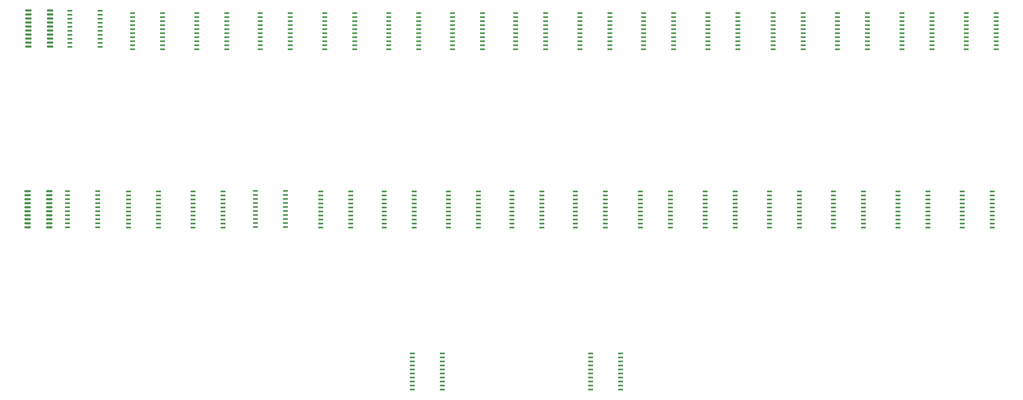
<source format=gbr>
%TF.GenerationSoftware,KiCad,Pcbnew,6.0.2-378541a8eb~116~ubuntu21.10.1*%
%TF.CreationDate,2022-02-16T18:13:43+01:00*%
%TF.ProjectId,register_file_kicad,72656769-7374-4657-925f-66696c655f6b,Rev v0.4*%
%TF.SameCoordinates,Original*%
%TF.FileFunction,Paste,Top*%
%TF.FilePolarity,Positive*%
%FSLAX46Y46*%
G04 Gerber Fmt 4.6, Leading zero omitted, Abs format (unit mm)*
G04 Created by KiCad (PCBNEW 6.0.2-378541a8eb~116~ubuntu21.10.1) date 2022-02-16 18:13:43*
%MOMM*%
%LPD*%
G01*
G04 APERTURE LIST*
G04 Aperture macros list*
%AMRoundRect*
0 Rectangle with rounded corners*
0 $1 Rounding radius*
0 $2 $3 $4 $5 $6 $7 $8 $9 X,Y pos of 4 corners*
0 Add a 4 corners polygon primitive as box body*
4,1,4,$2,$3,$4,$5,$6,$7,$8,$9,$2,$3,0*
0 Add four circle primitives for the rounded corners*
1,1,$1+$1,$2,$3*
1,1,$1+$1,$4,$5*
1,1,$1+$1,$6,$7*
1,1,$1+$1,$8,$9*
0 Add four rect primitives between the rounded corners*
20,1,$1+$1,$2,$3,$4,$5,0*
20,1,$1+$1,$4,$5,$6,$7,0*
20,1,$1+$1,$6,$7,$8,$9,0*
20,1,$1+$1,$8,$9,$2,$3,0*%
G04 Aperture macros list end*
%ADD10R,1.500000X0.600000*%
%ADD11RoundRect,0.150000X-0.837500X-0.150000X0.837500X-0.150000X0.837500X0.150000X-0.837500X0.150000X0*%
G04 APERTURE END LIST*
D10*
%TO.C,U44*%
X213143207Y-147541162D03*
X213143207Y-148811162D03*
X213143207Y-150081162D03*
X213143207Y-151351162D03*
X213143207Y-152621162D03*
X213143207Y-153891162D03*
X213143207Y-155161162D03*
X213143207Y-156431162D03*
X213143207Y-157701162D03*
X213143207Y-158971162D03*
X222643207Y-158971162D03*
X222643207Y-157701162D03*
X222643207Y-156431162D03*
X222643207Y-155161162D03*
X222643207Y-153891162D03*
X222643207Y-152621162D03*
X222643207Y-151351162D03*
X222643207Y-150081162D03*
X222643207Y-148811162D03*
X222643207Y-147541162D03*
%TD*%
%TO.C,U62*%
X335224717Y-147541162D03*
X335224717Y-148811162D03*
X335224717Y-150081162D03*
X335224717Y-151351162D03*
X335224717Y-152621162D03*
X335224717Y-153891162D03*
X335224717Y-155161162D03*
X335224717Y-156431162D03*
X335224717Y-157701162D03*
X335224717Y-158971162D03*
X344724717Y-158971162D03*
X344724717Y-157701162D03*
X344724717Y-156431162D03*
X344724717Y-155161162D03*
X344724717Y-153891162D03*
X344724717Y-152621162D03*
X344724717Y-151351162D03*
X344724717Y-150081162D03*
X344724717Y-148811162D03*
X344724717Y-147541162D03*
%TD*%
%TO.C,U59*%
X314777717Y-147541162D03*
X314777717Y-148811162D03*
X314777717Y-150081162D03*
X314777717Y-151351162D03*
X314777717Y-152621162D03*
X314777717Y-153891162D03*
X314777717Y-155161162D03*
X314777717Y-156431162D03*
X314777717Y-157701162D03*
X314777717Y-158971162D03*
X324277717Y-158971162D03*
X324277717Y-157701162D03*
X324277717Y-156431162D03*
X324277717Y-155161162D03*
X324277717Y-153891162D03*
X324277717Y-152621162D03*
X324277717Y-151351162D03*
X324277717Y-150081162D03*
X324277717Y-148811162D03*
X324277717Y-147541162D03*
%TD*%
%TO.C,U37*%
X174154207Y-91106352D03*
X174154207Y-92376352D03*
X174154207Y-93646352D03*
X174154207Y-94916352D03*
X174154207Y-96186352D03*
X174154207Y-97456352D03*
X174154207Y-98726352D03*
X174154207Y-99996352D03*
X174154207Y-101266352D03*
X174154207Y-102536352D03*
X183654207Y-102536352D03*
X183654207Y-101266352D03*
X183654207Y-99996352D03*
X183654207Y-98726352D03*
X183654207Y-97456352D03*
X183654207Y-96186352D03*
X183654207Y-94916352D03*
X183654207Y-93646352D03*
X183654207Y-92376352D03*
X183654207Y-91106352D03*
%TD*%
%TO.C,U63*%
X191096207Y-210149162D03*
X191096207Y-208879162D03*
X191096207Y-207609162D03*
X191096207Y-206339162D03*
X191096207Y-205069162D03*
X191096207Y-203799162D03*
X191096207Y-202529162D03*
X191096207Y-201259162D03*
X191096207Y-199989162D03*
X191096207Y-198719162D03*
X181596207Y-198719162D03*
X181596207Y-199989162D03*
X181596207Y-201259162D03*
X181596207Y-202529162D03*
X181596207Y-203799162D03*
X181596207Y-205069162D03*
X181596207Y-206339162D03*
X181596207Y-207609162D03*
X181596207Y-208879162D03*
X181596207Y-210149162D03*
%TD*%
%TO.C,U26*%
X112305207Y-147541162D03*
X112305207Y-148811162D03*
X112305207Y-150081162D03*
X112305207Y-151351162D03*
X112305207Y-152621162D03*
X112305207Y-153891162D03*
X112305207Y-155161162D03*
X112305207Y-156431162D03*
X112305207Y-157701162D03*
X112305207Y-158971162D03*
X121805207Y-158971162D03*
X121805207Y-157701162D03*
X121805207Y-156431162D03*
X121805207Y-155161162D03*
X121805207Y-153891162D03*
X121805207Y-152621162D03*
X121805207Y-151351162D03*
X121805207Y-150081162D03*
X121805207Y-148811162D03*
X121805207Y-147541162D03*
%TD*%
%TO.C,U53*%
X274230207Y-147541162D03*
X274230207Y-148811162D03*
X274230207Y-150081162D03*
X274230207Y-151351162D03*
X274230207Y-152621162D03*
X274230207Y-153891162D03*
X274230207Y-155161162D03*
X274230207Y-156431162D03*
X274230207Y-157701162D03*
X274230207Y-158971162D03*
X283730207Y-158971162D03*
X283730207Y-157701162D03*
X283730207Y-156431162D03*
X283730207Y-155161162D03*
X283730207Y-153891162D03*
X283730207Y-152621162D03*
X283730207Y-151351162D03*
X283730207Y-150081162D03*
X283730207Y-148811162D03*
X283730207Y-147541162D03*
%TD*%
%TO.C,U21*%
X91858207Y-147541162D03*
X91858207Y-148811162D03*
X91858207Y-150081162D03*
X91858207Y-151351162D03*
X91858207Y-152621162D03*
X91858207Y-153891162D03*
X91858207Y-155161162D03*
X91858207Y-156431162D03*
X91858207Y-157701162D03*
X91858207Y-158971162D03*
X101358207Y-158971162D03*
X101358207Y-157701162D03*
X101358207Y-156431162D03*
X101358207Y-155161162D03*
X101358207Y-153891162D03*
X101358207Y-152621162D03*
X101358207Y-151351162D03*
X101358207Y-150081162D03*
X101358207Y-148811162D03*
X101358207Y-147541162D03*
%TD*%
%TO.C,U47*%
X233209207Y-147541162D03*
X233209207Y-148811162D03*
X233209207Y-150081162D03*
X233209207Y-151351162D03*
X233209207Y-152621162D03*
X233209207Y-153891162D03*
X233209207Y-155161162D03*
X233209207Y-156431162D03*
X233209207Y-157701162D03*
X233209207Y-158971162D03*
X242709207Y-158971162D03*
X242709207Y-157701162D03*
X242709207Y-156431162D03*
X242709207Y-155161162D03*
X242709207Y-153891162D03*
X242709207Y-152621162D03*
X242709207Y-151351162D03*
X242709207Y-150081162D03*
X242709207Y-148811162D03*
X242709207Y-147541162D03*
%TD*%
%TO.C,U56*%
X294584717Y-147541162D03*
X294584717Y-148811162D03*
X294584717Y-150081162D03*
X294584717Y-151351162D03*
X294584717Y-152621162D03*
X294584717Y-153891162D03*
X294584717Y-155161162D03*
X294584717Y-156431162D03*
X294584717Y-157701162D03*
X294584717Y-158971162D03*
X304084717Y-158971162D03*
X304084717Y-157701162D03*
X304084717Y-156431162D03*
X304084717Y-155161162D03*
X304084717Y-153891162D03*
X304084717Y-152621162D03*
X304084717Y-151351162D03*
X304084717Y-150081162D03*
X304084717Y-148811162D03*
X304084717Y-147541162D03*
%TD*%
%TO.C,U50*%
X253783207Y-147541162D03*
X253783207Y-148811162D03*
X253783207Y-150081162D03*
X253783207Y-151351162D03*
X253783207Y-152621162D03*
X253783207Y-153891162D03*
X253783207Y-155161162D03*
X253783207Y-156431162D03*
X253783207Y-157701162D03*
X253783207Y-158971162D03*
X263283207Y-158971162D03*
X263283207Y-157701162D03*
X263283207Y-156431162D03*
X263283207Y-155161162D03*
X263283207Y-153891162D03*
X263283207Y-152621162D03*
X263283207Y-151351162D03*
X263283207Y-150081162D03*
X263283207Y-148811162D03*
X263283207Y-147541162D03*
%TD*%
%TO.C,U38*%
X172757207Y-147541162D03*
X172757207Y-148811162D03*
X172757207Y-150081162D03*
X172757207Y-151351162D03*
X172757207Y-152621162D03*
X172757207Y-153891162D03*
X172757207Y-155161162D03*
X172757207Y-156431162D03*
X172757207Y-157701162D03*
X172757207Y-158971162D03*
X182257207Y-158971162D03*
X182257207Y-157701162D03*
X182257207Y-156431162D03*
X182257207Y-155161162D03*
X182257207Y-153891162D03*
X182257207Y-152621162D03*
X182257207Y-151351162D03*
X182257207Y-150081162D03*
X182257207Y-148811162D03*
X182257207Y-147541162D03*
%TD*%
%TO.C,U66*%
X355544717Y-147541162D03*
X355544717Y-148811162D03*
X355544717Y-150081162D03*
X355544717Y-151351162D03*
X355544717Y-152621162D03*
X355544717Y-153891162D03*
X355544717Y-155161162D03*
X355544717Y-156431162D03*
X355544717Y-157701162D03*
X355544717Y-158971162D03*
X365044717Y-158971162D03*
X365044717Y-157701162D03*
X365044717Y-156431162D03*
X365044717Y-155161162D03*
X365044717Y-153891162D03*
X365044717Y-152621162D03*
X365044717Y-151351162D03*
X365044717Y-150081162D03*
X365044717Y-148811162D03*
X365044717Y-147541162D03*
%TD*%
%TO.C,U25*%
X113448207Y-91106352D03*
X113448207Y-92376352D03*
X113448207Y-93646352D03*
X113448207Y-94916352D03*
X113448207Y-96186352D03*
X113448207Y-97456352D03*
X113448207Y-98726352D03*
X113448207Y-99996352D03*
X113448207Y-101266352D03*
X113448207Y-102536352D03*
X122948207Y-102536352D03*
X122948207Y-101266352D03*
X122948207Y-99996352D03*
X122948207Y-98726352D03*
X122948207Y-97456352D03*
X122948207Y-96186352D03*
X122948207Y-94916352D03*
X122948207Y-93646352D03*
X122948207Y-92376352D03*
X122948207Y-91106352D03*
%TD*%
%TO.C,U20*%
X93128207Y-91106352D03*
X93128207Y-92376352D03*
X93128207Y-93646352D03*
X93128207Y-94916352D03*
X93128207Y-96186352D03*
X93128207Y-97456352D03*
X93128207Y-98726352D03*
X93128207Y-99996352D03*
X93128207Y-101266352D03*
X93128207Y-102536352D03*
X102628207Y-102536352D03*
X102628207Y-101266352D03*
X102628207Y-99996352D03*
X102628207Y-98726352D03*
X102628207Y-97456352D03*
X102628207Y-96186352D03*
X102628207Y-94916352D03*
X102628207Y-93646352D03*
X102628207Y-92376352D03*
X102628207Y-91106352D03*
%TD*%
D11*
%TO.C,U10*%
X59938500Y-147441810D03*
X59938500Y-148711810D03*
X59938500Y-149981810D03*
X59938500Y-151251810D03*
X59938500Y-152521810D03*
X59938500Y-153791810D03*
X59938500Y-155061810D03*
X59938500Y-156331810D03*
X59938500Y-157601810D03*
X59938500Y-158871810D03*
X66863500Y-158871810D03*
X66863500Y-157601810D03*
X66863500Y-156331810D03*
X66863500Y-155061810D03*
X66863500Y-153791810D03*
X66863500Y-152521810D03*
X66863500Y-151251810D03*
X66863500Y-149981810D03*
X66863500Y-148711810D03*
X66863500Y-147441810D03*
%TD*%
D10*
%TO.C,U34*%
X153961207Y-91106352D03*
X153961207Y-92376352D03*
X153961207Y-93646352D03*
X153961207Y-94916352D03*
X153961207Y-96186352D03*
X153961207Y-97456352D03*
X153961207Y-98726352D03*
X153961207Y-99996352D03*
X153961207Y-101266352D03*
X153961207Y-102536352D03*
X163461207Y-102536352D03*
X163461207Y-101266352D03*
X163461207Y-99996352D03*
X163461207Y-98726352D03*
X163461207Y-97456352D03*
X163461207Y-96186352D03*
X163461207Y-94916352D03*
X163461207Y-93646352D03*
X163461207Y-92376352D03*
X163461207Y-91106352D03*
%TD*%
%TO.C,U58*%
X316101970Y-91106352D03*
X316101970Y-92376352D03*
X316101970Y-93646352D03*
X316101970Y-94916352D03*
X316101970Y-96186352D03*
X316101970Y-97456352D03*
X316101970Y-98726352D03*
X316101970Y-99996352D03*
X316101970Y-101266352D03*
X316101970Y-102536352D03*
X325601970Y-102536352D03*
X325601970Y-101266352D03*
X325601970Y-99996352D03*
X325601970Y-98726352D03*
X325601970Y-97456352D03*
X325601970Y-96186352D03*
X325601970Y-94916352D03*
X325601970Y-93646352D03*
X325601970Y-92376352D03*
X325601970Y-91106352D03*
%TD*%
%TO.C,U15*%
X72621000Y-147441810D03*
X72621000Y-148711810D03*
X72621000Y-149981810D03*
X72621000Y-151251810D03*
X72621000Y-152521810D03*
X72621000Y-153791810D03*
X72621000Y-155061810D03*
X72621000Y-156331810D03*
X72621000Y-157601810D03*
X72621000Y-158871810D03*
X82121000Y-158871810D03*
X82121000Y-157601810D03*
X82121000Y-156331810D03*
X82121000Y-155061810D03*
X82121000Y-153791810D03*
X82121000Y-152521810D03*
X82121000Y-151251810D03*
X82121000Y-149981810D03*
X82121000Y-148711810D03*
X82121000Y-147441810D03*
%TD*%
%TO.C,U52*%
X275119207Y-91106352D03*
X275119207Y-92376352D03*
X275119207Y-93646352D03*
X275119207Y-94916352D03*
X275119207Y-96186352D03*
X275119207Y-97456352D03*
X275119207Y-98726352D03*
X275119207Y-99996352D03*
X275119207Y-101266352D03*
X275119207Y-102536352D03*
X284619207Y-102536352D03*
X284619207Y-101266352D03*
X284619207Y-99996352D03*
X284619207Y-98726352D03*
X284619207Y-97456352D03*
X284619207Y-96186352D03*
X284619207Y-94916352D03*
X284619207Y-93646352D03*
X284619207Y-92376352D03*
X284619207Y-91106352D03*
%TD*%
D11*
%TO.C,U9*%
X60192500Y-90245000D03*
X60192500Y-91515000D03*
X60192500Y-92785000D03*
X60192500Y-94055000D03*
X60192500Y-95325000D03*
X60192500Y-96595000D03*
X60192500Y-97865000D03*
X60192500Y-99135000D03*
X60192500Y-100405000D03*
X60192500Y-101675000D03*
X67117500Y-101675000D03*
X67117500Y-100405000D03*
X67117500Y-99135000D03*
X67117500Y-97865000D03*
X67117500Y-96595000D03*
X67117500Y-95325000D03*
X67117500Y-94055000D03*
X67117500Y-92785000D03*
X67117500Y-91515000D03*
X67117500Y-90245000D03*
%TD*%
D10*
%TO.C,U49*%
X254799207Y-91106352D03*
X254799207Y-92376352D03*
X254799207Y-93646352D03*
X254799207Y-94916352D03*
X254799207Y-96186352D03*
X254799207Y-97456352D03*
X254799207Y-98726352D03*
X254799207Y-99996352D03*
X254799207Y-101266352D03*
X254799207Y-102536352D03*
X264299207Y-102536352D03*
X264299207Y-101266352D03*
X264299207Y-99996352D03*
X264299207Y-98726352D03*
X264299207Y-97456352D03*
X264299207Y-96186352D03*
X264299207Y-94916352D03*
X264299207Y-93646352D03*
X264299207Y-92376352D03*
X264299207Y-91106352D03*
%TD*%
%TO.C,U65*%
X356814717Y-91106352D03*
X356814717Y-92376352D03*
X356814717Y-93646352D03*
X356814717Y-94916352D03*
X356814717Y-96186352D03*
X356814717Y-97456352D03*
X356814717Y-98726352D03*
X356814717Y-99996352D03*
X356814717Y-101266352D03*
X356814717Y-102536352D03*
X366314717Y-102536352D03*
X366314717Y-101266352D03*
X366314717Y-99996352D03*
X366314717Y-98726352D03*
X366314717Y-97456352D03*
X366314717Y-96186352D03*
X366314717Y-94916352D03*
X366314717Y-93646352D03*
X366314717Y-92376352D03*
X366314717Y-91106352D03*
%TD*%
%TO.C,U31*%
X133514207Y-91106352D03*
X133514207Y-92376352D03*
X133514207Y-93646352D03*
X133514207Y-94916352D03*
X133514207Y-96186352D03*
X133514207Y-97456352D03*
X133514207Y-98726352D03*
X133514207Y-99996352D03*
X133514207Y-101266352D03*
X133514207Y-102536352D03*
X143014207Y-102536352D03*
X143014207Y-101266352D03*
X143014207Y-99996352D03*
X143014207Y-98726352D03*
X143014207Y-97456352D03*
X143014207Y-96186352D03*
X143014207Y-94916352D03*
X143014207Y-93646352D03*
X143014207Y-92376352D03*
X143014207Y-91106352D03*
%TD*%
%TO.C,U35*%
X152691207Y-147541162D03*
X152691207Y-148811162D03*
X152691207Y-150081162D03*
X152691207Y-151351162D03*
X152691207Y-152621162D03*
X152691207Y-153891162D03*
X152691207Y-155161162D03*
X152691207Y-156431162D03*
X152691207Y-157701162D03*
X152691207Y-158971162D03*
X162191207Y-158971162D03*
X162191207Y-157701162D03*
X162191207Y-156431162D03*
X162191207Y-155161162D03*
X162191207Y-153891162D03*
X162191207Y-152621162D03*
X162191207Y-151351162D03*
X162191207Y-150081162D03*
X162191207Y-148811162D03*
X162191207Y-147541162D03*
%TD*%
%TO.C,U55*%
X295781970Y-91106352D03*
X295781970Y-92376352D03*
X295781970Y-93646352D03*
X295781970Y-94916352D03*
X295781970Y-96186352D03*
X295781970Y-97456352D03*
X295781970Y-98726352D03*
X295781970Y-99996352D03*
X295781970Y-101266352D03*
X295781970Y-102536352D03*
X305281970Y-102536352D03*
X305281970Y-101266352D03*
X305281970Y-99996352D03*
X305281970Y-98726352D03*
X305281970Y-97456352D03*
X305281970Y-96186352D03*
X305281970Y-94916352D03*
X305281970Y-93646352D03*
X305281970Y-92376352D03*
X305281970Y-91106352D03*
%TD*%
%TO.C,U14*%
X73383000Y-90372000D03*
X73383000Y-91642000D03*
X73383000Y-92912000D03*
X73383000Y-94182000D03*
X73383000Y-95452000D03*
X73383000Y-96722000D03*
X73383000Y-97992000D03*
X73383000Y-99262000D03*
X73383000Y-100532000D03*
X73383000Y-101802000D03*
X82883000Y-101802000D03*
X82883000Y-100532000D03*
X82883000Y-99262000D03*
X82883000Y-97992000D03*
X82883000Y-96722000D03*
X82883000Y-95452000D03*
X82883000Y-94182000D03*
X82883000Y-92912000D03*
X82883000Y-91642000D03*
X82883000Y-90372000D03*
%TD*%
%TO.C,U40*%
X194347207Y-91106352D03*
X194347207Y-92376352D03*
X194347207Y-93646352D03*
X194347207Y-94916352D03*
X194347207Y-96186352D03*
X194347207Y-97456352D03*
X194347207Y-98726352D03*
X194347207Y-99996352D03*
X194347207Y-101266352D03*
X194347207Y-102536352D03*
X203847207Y-102536352D03*
X203847207Y-101266352D03*
X203847207Y-99996352D03*
X203847207Y-98726352D03*
X203847207Y-97456352D03*
X203847207Y-96186352D03*
X203847207Y-94916352D03*
X203847207Y-93646352D03*
X203847207Y-92376352D03*
X203847207Y-91106352D03*
%TD*%
%TO.C,U46*%
X234606207Y-91106352D03*
X234606207Y-92376352D03*
X234606207Y-93646352D03*
X234606207Y-94916352D03*
X234606207Y-96186352D03*
X234606207Y-97456352D03*
X234606207Y-98726352D03*
X234606207Y-99996352D03*
X234606207Y-101266352D03*
X234606207Y-102536352D03*
X244106207Y-102536352D03*
X244106207Y-101266352D03*
X244106207Y-99996352D03*
X244106207Y-98726352D03*
X244106207Y-97456352D03*
X244106207Y-96186352D03*
X244106207Y-94916352D03*
X244106207Y-93646352D03*
X244106207Y-92376352D03*
X244106207Y-91106352D03*
%TD*%
%TO.C,U61*%
X336494717Y-91106352D03*
X336494717Y-92376352D03*
X336494717Y-93646352D03*
X336494717Y-94916352D03*
X336494717Y-96186352D03*
X336494717Y-97456352D03*
X336494717Y-98726352D03*
X336494717Y-99996352D03*
X336494717Y-101266352D03*
X336494717Y-102536352D03*
X345994717Y-102536352D03*
X345994717Y-101266352D03*
X345994717Y-99996352D03*
X345994717Y-98726352D03*
X345994717Y-97456352D03*
X345994717Y-96186352D03*
X345994717Y-94916352D03*
X345994717Y-93646352D03*
X345994717Y-92376352D03*
X345994717Y-91106352D03*
%TD*%
%TO.C,U67*%
X237984207Y-198719162D03*
X237984207Y-199989162D03*
X237984207Y-201259162D03*
X237984207Y-202529162D03*
X237984207Y-203799162D03*
X237984207Y-205069162D03*
X237984207Y-206339162D03*
X237984207Y-207609162D03*
X237984207Y-208879162D03*
X237984207Y-210149162D03*
X247484207Y-210149162D03*
X247484207Y-208879162D03*
X247484207Y-207609162D03*
X247484207Y-206339162D03*
X247484207Y-205069162D03*
X247484207Y-203799162D03*
X247484207Y-202529162D03*
X247484207Y-201259162D03*
X247484207Y-199989162D03*
X247484207Y-198719162D03*
%TD*%
%TO.C,U43*%
X214286207Y-91106352D03*
X214286207Y-92376352D03*
X214286207Y-93646352D03*
X214286207Y-94916352D03*
X214286207Y-96186352D03*
X214286207Y-97456352D03*
X214286207Y-98726352D03*
X214286207Y-99996352D03*
X214286207Y-101266352D03*
X214286207Y-102536352D03*
X223786207Y-102536352D03*
X223786207Y-101266352D03*
X223786207Y-99996352D03*
X223786207Y-98726352D03*
X223786207Y-97456352D03*
X223786207Y-96186352D03*
X223786207Y-94916352D03*
X223786207Y-93646352D03*
X223786207Y-92376352D03*
X223786207Y-91106352D03*
%TD*%
%TO.C,U41*%
X193077207Y-147476162D03*
X193077207Y-148746162D03*
X193077207Y-150016162D03*
X193077207Y-151286162D03*
X193077207Y-152556162D03*
X193077207Y-153826162D03*
X193077207Y-155096162D03*
X193077207Y-156366162D03*
X193077207Y-157636162D03*
X193077207Y-158906162D03*
X202577207Y-158906162D03*
X202577207Y-157636162D03*
X202577207Y-156366162D03*
X202577207Y-155096162D03*
X202577207Y-153826162D03*
X202577207Y-152556162D03*
X202577207Y-151286162D03*
X202577207Y-150016162D03*
X202577207Y-148746162D03*
X202577207Y-147476162D03*
%TD*%
%TO.C,U32*%
X131999207Y-147349162D03*
X131999207Y-148619162D03*
X131999207Y-149889162D03*
X131999207Y-151159162D03*
X131999207Y-152429162D03*
X131999207Y-153699162D03*
X131999207Y-154969162D03*
X131999207Y-156239162D03*
X131999207Y-157509162D03*
X131999207Y-158779162D03*
X141499207Y-158779162D03*
X141499207Y-157509162D03*
X141499207Y-156239162D03*
X141499207Y-154969162D03*
X141499207Y-153699162D03*
X141499207Y-152429162D03*
X141499207Y-151159162D03*
X141499207Y-149889162D03*
X141499207Y-148619162D03*
X141499207Y-147349162D03*
%TD*%
M02*

</source>
